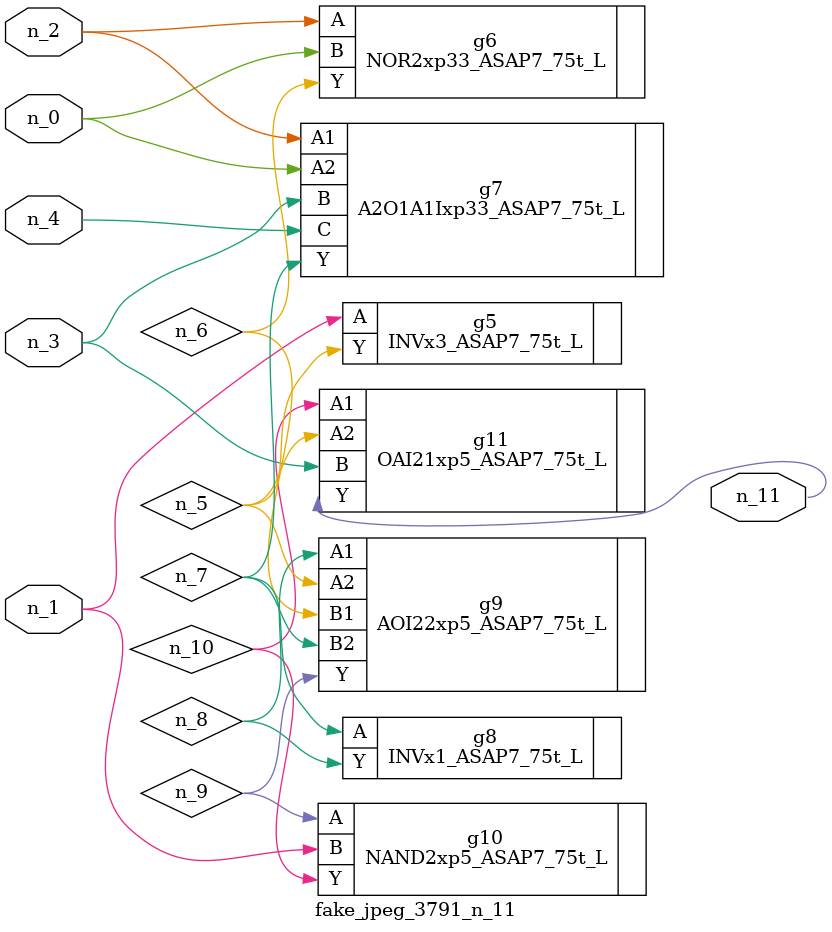
<source format=v>
module fake_jpeg_3791_n_11 (n_3, n_2, n_1, n_0, n_4, n_11);

input n_3;
input n_2;
input n_1;
input n_0;
input n_4;

output n_11;

wire n_10;
wire n_8;
wire n_9;
wire n_6;
wire n_5;
wire n_7;

INVx3_ASAP7_75t_L g5 ( 
.A(n_1),
.Y(n_5)
);

NOR2xp33_ASAP7_75t_L g6 ( 
.A(n_2),
.B(n_0),
.Y(n_6)
);

A2O1A1Ixp33_ASAP7_75t_L g7 ( 
.A1(n_2),
.A2(n_0),
.B(n_3),
.C(n_4),
.Y(n_7)
);

INVx1_ASAP7_75t_L g8 ( 
.A(n_7),
.Y(n_8)
);

AOI22xp5_ASAP7_75t_L g9 ( 
.A1(n_8),
.A2(n_5),
.B1(n_6),
.B2(n_7),
.Y(n_9)
);

NAND2xp5_ASAP7_75t_L g10 ( 
.A(n_9),
.B(n_1),
.Y(n_10)
);

OAI21xp5_ASAP7_75t_L g11 ( 
.A1(n_10),
.A2(n_5),
.B(n_3),
.Y(n_11)
);


endmodule
</source>
